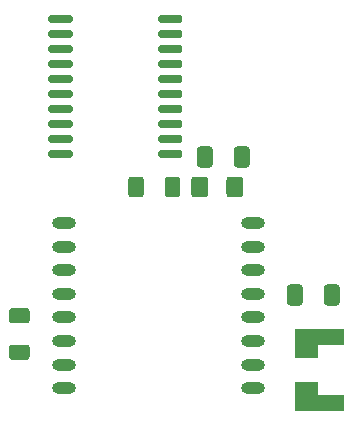
<source format=gtp>
%TF.GenerationSoftware,KiCad,Pcbnew,(5.1.10)-1*%
%TF.CreationDate,2021-12-27T13:21:27+01:00*%
%TF.ProjectId,LORA_ATTINY_v3,4c4f5241-5f41-4545-9449-4e595f76332e,rev?*%
%TF.SameCoordinates,Original*%
%TF.FileFunction,Paste,Top*%
%TF.FilePolarity,Positive*%
%FSLAX46Y46*%
G04 Gerber Fmt 4.6, Leading zero omitted, Abs format (unit mm)*
G04 Created by KiCad (PCBNEW (5.1.10)-1) date 2021-12-27 13:21:27*
%MOMM*%
%LPD*%
G01*
G04 APERTURE LIST*
%ADD10C,0.100000*%
%ADD11O,2.000000X1.000000*%
G04 APERTURE END LIST*
D10*
%TO.C,ANT1*%
G36*
X83973800Y-75728280D02*
G01*
X83973800Y-76828280D01*
X86173800Y-76828280D01*
X86173800Y-78178280D01*
X81973800Y-78178280D01*
X81973800Y-75728280D01*
X83973800Y-75728280D01*
G37*
G36*
X86173800Y-71176600D02*
G01*
X86173800Y-72526600D01*
X83973800Y-72526600D01*
X83973800Y-73626600D01*
X81973800Y-73626600D01*
X81973800Y-71176600D01*
X86173800Y-71176600D01*
G37*
%TD*%
%TO.C,C1*%
G36*
G01*
X73721000Y-57292003D02*
X73721000Y-55991997D01*
G75*
G02*
X73970997Y-55742000I249997J0D01*
G01*
X74796003Y-55742000D01*
G75*
G02*
X75046000Y-55991997I0J-249997D01*
G01*
X75046000Y-57292003D01*
G75*
G02*
X74796003Y-57542000I-249997J0D01*
G01*
X73970997Y-57542000D01*
G75*
G02*
X73721000Y-57292003I0J249997D01*
G01*
G37*
G36*
G01*
X76846000Y-57292003D02*
X76846000Y-55991997D01*
G75*
G02*
X77095997Y-55742000I249997J0D01*
G01*
X77921003Y-55742000D01*
G75*
G02*
X78171000Y-55991997I0J-249997D01*
G01*
X78171000Y-57292003D01*
G75*
G02*
X77921003Y-57542000I-249997J0D01*
G01*
X77095997Y-57542000D01*
G75*
G02*
X76846000Y-57292003I0J249997D01*
G01*
G37*
%TD*%
%TO.C,C2*%
G36*
G01*
X84466000Y-68976003D02*
X84466000Y-67675997D01*
G75*
G02*
X84715997Y-67426000I249997J0D01*
G01*
X85541003Y-67426000D01*
G75*
G02*
X85791000Y-67675997I0J-249997D01*
G01*
X85791000Y-68976003D01*
G75*
G02*
X85541003Y-69226000I-249997J0D01*
G01*
X84715997Y-69226000D01*
G75*
G02*
X84466000Y-68976003I0J249997D01*
G01*
G37*
G36*
G01*
X81341000Y-68976003D02*
X81341000Y-67675997D01*
G75*
G02*
X81590997Y-67426000I249997J0D01*
G01*
X82416003Y-67426000D01*
G75*
G02*
X82666000Y-67675997I0J-249997D01*
G01*
X82666000Y-68976003D01*
G75*
G02*
X82416003Y-69226000I-249997J0D01*
G01*
X81590997Y-69226000D01*
G75*
G02*
X81341000Y-68976003I0J249997D01*
G01*
G37*
%TD*%
%TO.C,D1*%
G36*
G01*
X77638000Y-58557000D02*
X77638000Y-59807000D01*
G75*
G02*
X77388000Y-60057000I-250000J0D01*
G01*
X76463000Y-60057000D01*
G75*
G02*
X76213000Y-59807000I0J250000D01*
G01*
X76213000Y-58557000D01*
G75*
G02*
X76463000Y-58307000I250000J0D01*
G01*
X77388000Y-58307000D01*
G75*
G02*
X77638000Y-58557000I0J-250000D01*
G01*
G37*
G36*
G01*
X74663000Y-58557000D02*
X74663000Y-59807000D01*
G75*
G02*
X74413000Y-60057000I-250000J0D01*
G01*
X73488000Y-60057000D01*
G75*
G02*
X73238000Y-59807000I0J250000D01*
G01*
X73238000Y-58557000D01*
G75*
G02*
X73488000Y-58307000I250000J0D01*
G01*
X74413000Y-58307000D01*
G75*
G02*
X74663000Y-58557000I0J-250000D01*
G01*
G37*
%TD*%
%TO.C,R1*%
G36*
G01*
X69204000Y-58556999D02*
X69204000Y-59807001D01*
G75*
G02*
X68954001Y-60057000I-249999J0D01*
G01*
X68153999Y-60057000D01*
G75*
G02*
X67904000Y-59807001I0J249999D01*
G01*
X67904000Y-58556999D01*
G75*
G02*
X68153999Y-58307000I249999J0D01*
G01*
X68954001Y-58307000D01*
G75*
G02*
X69204000Y-58556999I0J-249999D01*
G01*
G37*
G36*
G01*
X72304000Y-58556999D02*
X72304000Y-59807001D01*
G75*
G02*
X72054001Y-60057000I-249999J0D01*
G01*
X71253999Y-60057000D01*
G75*
G02*
X71004000Y-59807001I0J249999D01*
G01*
X71004000Y-58556999D01*
G75*
G02*
X71253999Y-58307000I249999J0D01*
G01*
X72054001Y-58307000D01*
G75*
G02*
X72304000Y-58556999I0J-249999D01*
G01*
G37*
%TD*%
%TO.C,R2*%
G36*
G01*
X58048999Y-69428000D02*
X59299001Y-69428000D01*
G75*
G02*
X59549000Y-69677999I0J-249999D01*
G01*
X59549000Y-70478001D01*
G75*
G02*
X59299001Y-70728000I-249999J0D01*
G01*
X58048999Y-70728000D01*
G75*
G02*
X57799000Y-70478001I0J249999D01*
G01*
X57799000Y-69677999D01*
G75*
G02*
X58048999Y-69428000I249999J0D01*
G01*
G37*
G36*
G01*
X58048999Y-72528000D02*
X59299001Y-72528000D01*
G75*
G02*
X59549000Y-72777999I0J-249999D01*
G01*
X59549000Y-73578001D01*
G75*
G02*
X59299001Y-73828000I-249999J0D01*
G01*
X58048999Y-73828000D01*
G75*
G02*
X57799000Y-73578001I0J249999D01*
G01*
X57799000Y-72777999D01*
G75*
G02*
X58048999Y-72528000I249999J0D01*
G01*
G37*
%TD*%
D11*
%TO.C,RFM95*%
X62484000Y-62230000D03*
X62484000Y-64230000D03*
X62484000Y-66230000D03*
X62484000Y-68230000D03*
X62484000Y-70230000D03*
X62484000Y-72230000D03*
X62484000Y-74230000D03*
X62484000Y-76230000D03*
X78484000Y-76230000D03*
X78484000Y-74230000D03*
X78484000Y-72230000D03*
X78484000Y-70230000D03*
X78484000Y-68230000D03*
X78484000Y-66230000D03*
X78484000Y-64230000D03*
X78484000Y-62230000D03*
%TD*%
%TO.C,ATTiny 3216*%
G36*
G01*
X72477000Y-56238000D02*
X72477000Y-56538000D01*
G75*
G02*
X72327000Y-56688000I-150000J0D01*
G01*
X70577000Y-56688000D01*
G75*
G02*
X70427000Y-56538000I0J150000D01*
G01*
X70427000Y-56238000D01*
G75*
G02*
X70577000Y-56088000I150000J0D01*
G01*
X72327000Y-56088000D01*
G75*
G02*
X72477000Y-56238000I0J-150000D01*
G01*
G37*
G36*
G01*
X72477000Y-54968000D02*
X72477000Y-55268000D01*
G75*
G02*
X72327000Y-55418000I-150000J0D01*
G01*
X70577000Y-55418000D01*
G75*
G02*
X70427000Y-55268000I0J150000D01*
G01*
X70427000Y-54968000D01*
G75*
G02*
X70577000Y-54818000I150000J0D01*
G01*
X72327000Y-54818000D01*
G75*
G02*
X72477000Y-54968000I0J-150000D01*
G01*
G37*
G36*
G01*
X72477000Y-53698000D02*
X72477000Y-53998000D01*
G75*
G02*
X72327000Y-54148000I-150000J0D01*
G01*
X70577000Y-54148000D01*
G75*
G02*
X70427000Y-53998000I0J150000D01*
G01*
X70427000Y-53698000D01*
G75*
G02*
X70577000Y-53548000I150000J0D01*
G01*
X72327000Y-53548000D01*
G75*
G02*
X72477000Y-53698000I0J-150000D01*
G01*
G37*
G36*
G01*
X72477000Y-52428000D02*
X72477000Y-52728000D01*
G75*
G02*
X72327000Y-52878000I-150000J0D01*
G01*
X70577000Y-52878000D01*
G75*
G02*
X70427000Y-52728000I0J150000D01*
G01*
X70427000Y-52428000D01*
G75*
G02*
X70577000Y-52278000I150000J0D01*
G01*
X72327000Y-52278000D01*
G75*
G02*
X72477000Y-52428000I0J-150000D01*
G01*
G37*
G36*
G01*
X72477000Y-51158000D02*
X72477000Y-51458000D01*
G75*
G02*
X72327000Y-51608000I-150000J0D01*
G01*
X70577000Y-51608000D01*
G75*
G02*
X70427000Y-51458000I0J150000D01*
G01*
X70427000Y-51158000D01*
G75*
G02*
X70577000Y-51008000I150000J0D01*
G01*
X72327000Y-51008000D01*
G75*
G02*
X72477000Y-51158000I0J-150000D01*
G01*
G37*
G36*
G01*
X72477000Y-49888000D02*
X72477000Y-50188000D01*
G75*
G02*
X72327000Y-50338000I-150000J0D01*
G01*
X70577000Y-50338000D01*
G75*
G02*
X70427000Y-50188000I0J150000D01*
G01*
X70427000Y-49888000D01*
G75*
G02*
X70577000Y-49738000I150000J0D01*
G01*
X72327000Y-49738000D01*
G75*
G02*
X72477000Y-49888000I0J-150000D01*
G01*
G37*
G36*
G01*
X72477000Y-48618000D02*
X72477000Y-48918000D01*
G75*
G02*
X72327000Y-49068000I-150000J0D01*
G01*
X70577000Y-49068000D01*
G75*
G02*
X70427000Y-48918000I0J150000D01*
G01*
X70427000Y-48618000D01*
G75*
G02*
X70577000Y-48468000I150000J0D01*
G01*
X72327000Y-48468000D01*
G75*
G02*
X72477000Y-48618000I0J-150000D01*
G01*
G37*
G36*
G01*
X72477000Y-47348000D02*
X72477000Y-47648000D01*
G75*
G02*
X72327000Y-47798000I-150000J0D01*
G01*
X70577000Y-47798000D01*
G75*
G02*
X70427000Y-47648000I0J150000D01*
G01*
X70427000Y-47348000D01*
G75*
G02*
X70577000Y-47198000I150000J0D01*
G01*
X72327000Y-47198000D01*
G75*
G02*
X72477000Y-47348000I0J-150000D01*
G01*
G37*
G36*
G01*
X72477000Y-46078000D02*
X72477000Y-46378000D01*
G75*
G02*
X72327000Y-46528000I-150000J0D01*
G01*
X70577000Y-46528000D01*
G75*
G02*
X70427000Y-46378000I0J150000D01*
G01*
X70427000Y-46078000D01*
G75*
G02*
X70577000Y-45928000I150000J0D01*
G01*
X72327000Y-45928000D01*
G75*
G02*
X72477000Y-46078000I0J-150000D01*
G01*
G37*
G36*
G01*
X72477000Y-44808000D02*
X72477000Y-45108000D01*
G75*
G02*
X72327000Y-45258000I-150000J0D01*
G01*
X70577000Y-45258000D01*
G75*
G02*
X70427000Y-45108000I0J150000D01*
G01*
X70427000Y-44808000D01*
G75*
G02*
X70577000Y-44658000I150000J0D01*
G01*
X72327000Y-44658000D01*
G75*
G02*
X72477000Y-44808000I0J-150000D01*
G01*
G37*
G36*
G01*
X63177000Y-44808000D02*
X63177000Y-45108000D01*
G75*
G02*
X63027000Y-45258000I-150000J0D01*
G01*
X61277000Y-45258000D01*
G75*
G02*
X61127000Y-45108000I0J150000D01*
G01*
X61127000Y-44808000D01*
G75*
G02*
X61277000Y-44658000I150000J0D01*
G01*
X63027000Y-44658000D01*
G75*
G02*
X63177000Y-44808000I0J-150000D01*
G01*
G37*
G36*
G01*
X63177000Y-46078000D02*
X63177000Y-46378000D01*
G75*
G02*
X63027000Y-46528000I-150000J0D01*
G01*
X61277000Y-46528000D01*
G75*
G02*
X61127000Y-46378000I0J150000D01*
G01*
X61127000Y-46078000D01*
G75*
G02*
X61277000Y-45928000I150000J0D01*
G01*
X63027000Y-45928000D01*
G75*
G02*
X63177000Y-46078000I0J-150000D01*
G01*
G37*
G36*
G01*
X63177000Y-47348000D02*
X63177000Y-47648000D01*
G75*
G02*
X63027000Y-47798000I-150000J0D01*
G01*
X61277000Y-47798000D01*
G75*
G02*
X61127000Y-47648000I0J150000D01*
G01*
X61127000Y-47348000D01*
G75*
G02*
X61277000Y-47198000I150000J0D01*
G01*
X63027000Y-47198000D01*
G75*
G02*
X63177000Y-47348000I0J-150000D01*
G01*
G37*
G36*
G01*
X63177000Y-48618000D02*
X63177000Y-48918000D01*
G75*
G02*
X63027000Y-49068000I-150000J0D01*
G01*
X61277000Y-49068000D01*
G75*
G02*
X61127000Y-48918000I0J150000D01*
G01*
X61127000Y-48618000D01*
G75*
G02*
X61277000Y-48468000I150000J0D01*
G01*
X63027000Y-48468000D01*
G75*
G02*
X63177000Y-48618000I0J-150000D01*
G01*
G37*
G36*
G01*
X63177000Y-49888000D02*
X63177000Y-50188000D01*
G75*
G02*
X63027000Y-50338000I-150000J0D01*
G01*
X61277000Y-50338000D01*
G75*
G02*
X61127000Y-50188000I0J150000D01*
G01*
X61127000Y-49888000D01*
G75*
G02*
X61277000Y-49738000I150000J0D01*
G01*
X63027000Y-49738000D01*
G75*
G02*
X63177000Y-49888000I0J-150000D01*
G01*
G37*
G36*
G01*
X63177000Y-51158000D02*
X63177000Y-51458000D01*
G75*
G02*
X63027000Y-51608000I-150000J0D01*
G01*
X61277000Y-51608000D01*
G75*
G02*
X61127000Y-51458000I0J150000D01*
G01*
X61127000Y-51158000D01*
G75*
G02*
X61277000Y-51008000I150000J0D01*
G01*
X63027000Y-51008000D01*
G75*
G02*
X63177000Y-51158000I0J-150000D01*
G01*
G37*
G36*
G01*
X63177000Y-52428000D02*
X63177000Y-52728000D01*
G75*
G02*
X63027000Y-52878000I-150000J0D01*
G01*
X61277000Y-52878000D01*
G75*
G02*
X61127000Y-52728000I0J150000D01*
G01*
X61127000Y-52428000D01*
G75*
G02*
X61277000Y-52278000I150000J0D01*
G01*
X63027000Y-52278000D01*
G75*
G02*
X63177000Y-52428000I0J-150000D01*
G01*
G37*
G36*
G01*
X63177000Y-53698000D02*
X63177000Y-53998000D01*
G75*
G02*
X63027000Y-54148000I-150000J0D01*
G01*
X61277000Y-54148000D01*
G75*
G02*
X61127000Y-53998000I0J150000D01*
G01*
X61127000Y-53698000D01*
G75*
G02*
X61277000Y-53548000I150000J0D01*
G01*
X63027000Y-53548000D01*
G75*
G02*
X63177000Y-53698000I0J-150000D01*
G01*
G37*
G36*
G01*
X63177000Y-54968000D02*
X63177000Y-55268000D01*
G75*
G02*
X63027000Y-55418000I-150000J0D01*
G01*
X61277000Y-55418000D01*
G75*
G02*
X61127000Y-55268000I0J150000D01*
G01*
X61127000Y-54968000D01*
G75*
G02*
X61277000Y-54818000I150000J0D01*
G01*
X63027000Y-54818000D01*
G75*
G02*
X63177000Y-54968000I0J-150000D01*
G01*
G37*
G36*
G01*
X63177000Y-56238000D02*
X63177000Y-56538000D01*
G75*
G02*
X63027000Y-56688000I-150000J0D01*
G01*
X61277000Y-56688000D01*
G75*
G02*
X61127000Y-56538000I0J150000D01*
G01*
X61127000Y-56238000D01*
G75*
G02*
X61277000Y-56088000I150000J0D01*
G01*
X63027000Y-56088000D01*
G75*
G02*
X63177000Y-56238000I0J-150000D01*
G01*
G37*
%TD*%
M02*

</source>
